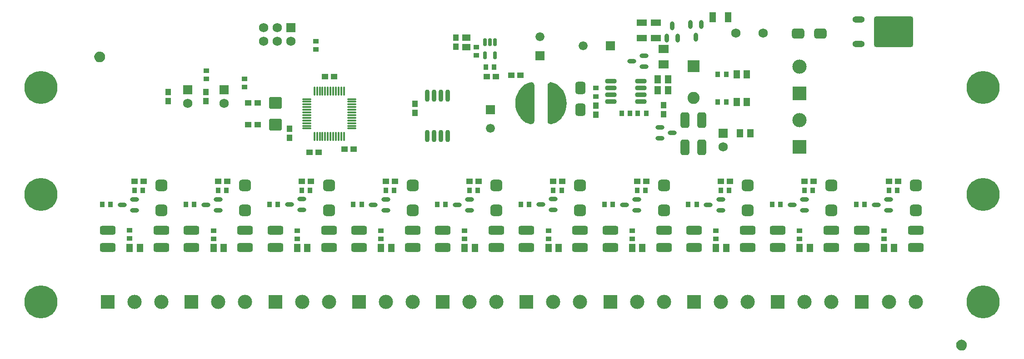
<source format=gts>
G04 Layer_Color=8388736*
%FSLAX24Y24*%
%MOIN*%
G70*
G01*
G75*
%ADD74O,0.0296X0.0591*%
%ADD75R,0.0473X0.0611*%
G04:AMPARAMS|DCode=76|XSize=285.5mil|YSize=224.5mil|CornerRadius=13.9mil|HoleSize=0mil|Usage=FLASHONLY|Rotation=0.000|XOffset=0mil|YOffset=0mil|HoleType=Round|Shape=RoundedRectangle|*
%AMROUNDEDRECTD76*
21,1,0.2855,0.1967,0,0,0.0*
21,1,0.2577,0.2245,0,0,0.0*
1,1,0.0278,0.1288,-0.0983*
1,1,0.0278,-0.1288,-0.0983*
1,1,0.0278,-0.1288,0.0983*
1,1,0.0278,0.1288,0.0983*
%
%ADD76ROUNDEDRECTD76*%
%ADD77O,0.0906X0.0454*%
G04:AMPARAMS|DCode=78|XSize=88.7mil|YSize=84.7mil|CornerRadius=22.7mil|HoleSize=0mil|Usage=FLASHONLY|Rotation=0.000|XOffset=0mil|YOffset=0mil|HoleType=Round|Shape=RoundedRectangle|*
%AMROUNDEDRECTD78*
21,1,0.0887,0.0394,0,0,0.0*
21,1,0.0433,0.0847,0,0,0.0*
1,1,0.0454,0.0217,-0.0197*
1,1,0.0454,-0.0217,-0.0197*
1,1,0.0454,-0.0217,0.0197*
1,1,0.0454,0.0217,0.0197*
%
%ADD78ROUNDEDRECTD78*%
%ADD79O,0.0355X0.0910*%
%ADD80R,0.0414X0.0454*%
%ADD81R,0.0414X0.0335*%
%ADD82R,0.0454X0.0414*%
G04:AMPARAMS|DCode=83|XSize=96.5mil|YSize=88.7mil|CornerRadius=15.4mil|HoleSize=0mil|Usage=FLASHONLY|Rotation=0.000|XOffset=0mil|YOffset=0mil|HoleType=Round|Shape=RoundedRectangle|*
%AMROUNDEDRECTD83*
21,1,0.0965,0.0579,0,0,0.0*
21,1,0.0657,0.0887,0,0,0.0*
1,1,0.0308,0.0329,-0.0289*
1,1,0.0308,-0.0329,-0.0289*
1,1,0.0308,-0.0329,0.0289*
1,1,0.0308,0.0329,0.0289*
%
%ADD83ROUNDEDRECTD83*%
%ADD84O,0.0669X0.0157*%
%ADD85O,0.0157X0.0669*%
%ADD86R,0.0335X0.0414*%
%ADD87R,0.0631X0.0513*%
G04:AMPARAMS|DCode=88|XSize=92.6mil|YSize=74.9mil|CornerRadius=20.2mil|HoleSize=0mil|Usage=FLASHONLY|Rotation=90.000|XOffset=0mil|YOffset=0mil|HoleType=Round|Shape=RoundedRectangle|*
%AMROUNDEDRECTD88*
21,1,0.0926,0.0344,0,0,90.0*
21,1,0.0522,0.0749,0,0,90.0*
1,1,0.0404,0.0172,0.0261*
1,1,0.0404,0.0172,-0.0261*
1,1,0.0404,-0.0172,-0.0261*
1,1,0.0404,-0.0172,0.0261*
%
%ADD88ROUNDEDRECTD88*%
%ADD89O,0.0650X0.0341*%
%ADD90O,0.0860X0.0355*%
G04:AMPARAMS|DCode=91|XSize=92.6mil|YSize=74.9mil|CornerRadius=20.2mil|HoleSize=0mil|Usage=FLASHONLY|Rotation=180.000|XOffset=0mil|YOffset=0mil|HoleType=Round|Shape=RoundedRectangle|*
%AMROUNDEDRECTD91*
21,1,0.0926,0.0344,0,0,180.0*
21,1,0.0522,0.0749,0,0,180.0*
1,1,0.0404,-0.0261,0.0172*
1,1,0.0404,0.0261,0.0172*
1,1,0.0404,0.0261,-0.0172*
1,1,0.0404,-0.0261,-0.0172*
%
%ADD91ROUNDEDRECTD91*%
G04:AMPARAMS|DCode=92|XSize=116.2mil|YSize=65mil|CornerRadius=17.8mil|HoleSize=0mil|Usage=FLASHONLY|Rotation=90.000|XOffset=0mil|YOffset=0mil|HoleType=Round|Shape=RoundedRectangle|*
%AMROUNDEDRECTD92*
21,1,0.1162,0.0295,0,0,90.0*
21,1,0.0807,0.0650,0,0,90.0*
1,1,0.0355,0.0148,0.0404*
1,1,0.0355,0.0148,-0.0404*
1,1,0.0355,-0.0148,-0.0404*
1,1,0.0355,-0.0148,0.0404*
%
%ADD92ROUNDEDRECTD92*%
G04:AMPARAMS|DCode=93|XSize=116.2mil|YSize=65mil|CornerRadius=17.8mil|HoleSize=0mil|Usage=FLASHONLY|Rotation=180.000|XOffset=0mil|YOffset=0mil|HoleType=Round|Shape=RoundedRectangle|*
%AMROUNDEDRECTD93*
21,1,0.1162,0.0295,0,0,180.0*
21,1,0.0807,0.0650,0,0,180.0*
1,1,0.0355,-0.0404,0.0148*
1,1,0.0355,0.0404,0.0148*
1,1,0.0355,0.0404,-0.0148*
1,1,0.0355,-0.0404,-0.0148*
%
%ADD93ROUNDEDRECTD93*%
%ADD94R,0.0768X0.0611*%
%ADD95R,0.0749X0.0473*%
%ADD96O,0.0341X0.0650*%
%ADD97R,0.0473X0.0749*%
%ADD98C,0.0887*%
%ADD99R,0.0887X0.0887*%
%ADD100C,0.0690*%
%ADD101R,0.0690X0.0690*%
%ADD102C,0.0660*%
%ADD103R,0.0660X0.0660*%
%ADD104R,0.0660X0.0660*%
%ADD105R,0.1044X0.1044*%
%ADD106C,0.1044*%
%ADD107R,0.0690X0.0690*%
%ADD108R,0.1044X0.1044*%
%ADD109C,0.2422*%
G36*
X17307Y42598D02*
X17403Y42558D01*
X17486Y42495D01*
X17549Y42413D01*
X17588Y42317D01*
X17602Y42215D01*
X17588Y42112D01*
X17549Y42016D01*
X17486Y41934D01*
X17403Y41871D01*
X17307Y41831D01*
X17205Y41817D01*
X17102Y41831D01*
X17006Y41871D01*
X16924Y41934D01*
X16861Y42016D01*
X16821Y42112D01*
X16808Y42215D01*
X16821Y42317D01*
X16861Y42413D01*
X16924Y42495D01*
X17006Y42558D01*
X17102Y42598D01*
X17205Y42612D01*
X17307Y42598D01*
D02*
G37*
G36*
X50358Y40345D02*
X50362Y40342D01*
X50366Y40343D01*
X50495Y40302D01*
X50497Y40301D01*
X50499Y40301D01*
X50649Y40241D01*
X50652Y40238D01*
X50655Y40238D01*
X50795Y40154D01*
X50797Y40152D01*
X50801Y40151D01*
X50926Y40047D01*
X50926Y40045D01*
X50928Y40044D01*
X50933Y40040D01*
X50933Y40038D01*
X50935Y40038D01*
X51084Y39872D01*
X51085Y39869D01*
X51087Y39868D01*
X51213Y39684D01*
X51214Y39681D01*
X51216Y39679D01*
X51316Y39480D01*
X51316Y39477D01*
X51318Y39474D01*
X51391Y39264D01*
X51391Y39261D01*
X51393Y39258D01*
X51437Y39040D01*
X51436Y39037D01*
X51438Y39034D01*
X51453Y38812D01*
X51452Y38809D01*
X51453Y38806D01*
X51438Y38584D01*
X51436Y38581D01*
X51437Y38578D01*
X51393Y38360D01*
X51391Y38357D01*
X51391Y38354D01*
X51318Y38144D01*
X51316Y38141D01*
X51316Y38138D01*
X51216Y37939D01*
X51214Y37937D01*
X51213Y37934D01*
X51087Y37750D01*
X51085Y37749D01*
X51084Y37746D01*
X50935Y37580D01*
X50933Y37580D01*
X50933Y37578D01*
X50930Y37576D01*
X50929Y37575D01*
X50928Y37574D01*
X50801Y37468D01*
X50798Y37467D01*
X50796Y37465D01*
X50654Y37380D01*
X50651Y37380D01*
X50648Y37377D01*
X50496Y37316D01*
X50494Y37316D01*
X50492Y37315D01*
X50358Y37273D01*
X50354Y37273D01*
X50350Y37271D01*
X50277Y37263D01*
X50269Y37265D01*
X50261Y37264D01*
X50190Y37283D01*
X50184Y37288D01*
X50176Y37290D01*
X50117Y37333D01*
X50112Y37340D01*
X50106Y37345D01*
X50066Y37407D01*
X50065Y37415D01*
X50061Y37422D01*
X50047Y37494D01*
X50048Y37498D01*
X50046Y37502D01*
Y40108D01*
X50048Y40112D01*
X50047Y40116D01*
X50061Y40190D01*
X50065Y40197D01*
X50067Y40205D01*
X50107Y40269D01*
X50114Y40274D01*
X50118Y40281D01*
X50179Y40326D01*
X50187Y40328D01*
X50194Y40333D01*
X50267Y40352D01*
X50275Y40351D01*
X50283Y40353D01*
X50358Y40345D01*
D02*
G37*
G36*
X48864Y40353D02*
X48873Y40354D01*
X48944Y40335D01*
X48950Y40330D01*
X48958Y40329D01*
X49017Y40285D01*
X49022Y40278D01*
X49028Y40273D01*
X49067Y40211D01*
X49069Y40203D01*
X49073Y40196D01*
X49087Y40124D01*
X49086Y40120D01*
X49088Y40116D01*
Y37510D01*
X49086Y37506D01*
X49087Y37502D01*
X49073Y37428D01*
X49068Y37421D01*
X49067Y37413D01*
X49027Y37349D01*
X49020Y37344D01*
X49016Y37337D01*
X48955Y37292D01*
X48947Y37290D01*
X48940Y37285D01*
X48867Y37266D01*
X48859Y37267D01*
X48851Y37265D01*
X48776Y37274D01*
X48772Y37276D01*
X48768Y37275D01*
X48639Y37316D01*
X48637Y37317D01*
X48635Y37317D01*
X48484Y37377D01*
X48482Y37380D01*
X48478Y37380D01*
X48339Y37464D01*
X48337Y37467D01*
X48333Y37468D01*
X48208Y37571D01*
X48207Y37573D01*
X48206Y37574D01*
X48201Y37578D01*
X48201Y37580D01*
X48199Y37580D01*
X48050Y37746D01*
X48049Y37749D01*
X48047Y37750D01*
X47921Y37934D01*
X47920Y37937D01*
X47918Y37939D01*
X47818Y38138D01*
X47818Y38141D01*
X47815Y38144D01*
X47743Y38354D01*
X47743Y38357D01*
X47741Y38360D01*
X47697Y38578D01*
X47697Y38581D01*
X47696Y38584D01*
X47681Y38806D01*
X47682Y38809D01*
X47681Y38812D01*
X47696Y39034D01*
X47697Y39037D01*
X47697Y39040D01*
X47741Y39258D01*
X47743Y39261D01*
X47743Y39264D01*
X47815Y39474D01*
X47818Y39477D01*
X47818Y39480D01*
X47918Y39679D01*
X47920Y39681D01*
X47921Y39684D01*
X48047Y39868D01*
X48049Y39869D01*
X48050Y39872D01*
X48199Y40038D01*
X48201Y40038D01*
X48201Y40040D01*
X48203Y40042D01*
X48205Y40043D01*
X48206Y40044D01*
X48333Y40150D01*
X48336Y40151D01*
X48338Y40154D01*
X48479Y40238D01*
X48483Y40238D01*
X48486Y40241D01*
X48638Y40302D01*
X48640Y40302D01*
X48642Y40303D01*
X48776Y40345D01*
X48780Y40345D01*
X48784Y40347D01*
X48856Y40355D01*
X48864Y40353D01*
D02*
G37*
G36*
X80516Y21407D02*
X80612Y21368D01*
X80694Y21304D01*
X80757Y21222D01*
X80797Y21126D01*
X80810Y21024D01*
X80797Y20921D01*
X80757Y20825D01*
X80694Y20743D01*
X80612Y20680D01*
X80516Y20640D01*
X80413Y20627D01*
X80311Y20640D01*
X80215Y20680D01*
X80133Y20743D01*
X80069Y20825D01*
X80030Y20921D01*
X80016Y21024D01*
X80030Y21126D01*
X80069Y21222D01*
X80133Y21304D01*
X80215Y21368D01*
X80311Y21407D01*
X80413Y21421D01*
X80516Y21407D01*
D02*
G37*
D74*
X45463Y43307D02*
D03*
Y42323D02*
D03*
X46211Y43307D02*
D03*
Y42323D02*
D03*
X45837Y43307D02*
D03*
D75*
X44724Y28150D02*
D03*
X43976D02*
D03*
X64173Y36585D02*
D03*
X64921D02*
D03*
X64665Y40935D02*
D03*
X63917D02*
D03*
X64665Y38907D02*
D03*
X63917D02*
D03*
X58140Y40551D02*
D03*
X58888D02*
D03*
X58140Y39774D02*
D03*
X58888D02*
D03*
X75472Y28150D02*
D03*
X74724D02*
D03*
X69291D02*
D03*
X68543D02*
D03*
X63150D02*
D03*
X62402D02*
D03*
X57008D02*
D03*
X56260D02*
D03*
X50866D02*
D03*
X50118D02*
D03*
X38583D02*
D03*
X37835D02*
D03*
X32441D02*
D03*
X31693D02*
D03*
X26299D02*
D03*
X25551D02*
D03*
X20157D02*
D03*
X19409D02*
D03*
D76*
X75423Y44055D02*
D03*
D77*
X72864Y44953D02*
D03*
Y43157D02*
D03*
D78*
X64724Y30945D02*
D03*
Y32756D02*
D03*
X34016Y30945D02*
D03*
Y32756D02*
D03*
X27874Y30945D02*
D03*
Y32756D02*
D03*
X21732Y30945D02*
D03*
Y32756D02*
D03*
X40157Y30945D02*
D03*
Y32756D02*
D03*
X46299Y30945D02*
D03*
Y32756D02*
D03*
X52441Y30945D02*
D03*
Y32756D02*
D03*
X58583Y30945D02*
D03*
Y32756D02*
D03*
X70866Y30945D02*
D03*
Y32756D02*
D03*
X77047Y30945D02*
D03*
Y32756D02*
D03*
D79*
X42240Y39348D02*
D03*
Y36398D02*
D03*
X41240Y39348D02*
D03*
X41740D02*
D03*
X42740D02*
D03*
X41240Y36398D02*
D03*
X41740D02*
D03*
X42740D02*
D03*
D80*
X40315Y38100D02*
D03*
Y38770D02*
D03*
X24990Y38957D02*
D03*
Y39626D02*
D03*
X22244Y39626D02*
D03*
Y38957D02*
D03*
X31122Y36270D02*
D03*
Y36939D02*
D03*
X58563Y38681D02*
D03*
Y38012D02*
D03*
X43317Y42972D02*
D03*
Y43642D02*
D03*
X53592Y38642D02*
D03*
Y37972D02*
D03*
D81*
X27815Y40610D02*
D03*
Y40000D02*
D03*
X25020Y41211D02*
D03*
Y40601D02*
D03*
X33051Y42766D02*
D03*
Y43376D02*
D03*
X44843Y42933D02*
D03*
Y42323D02*
D03*
X53602Y39921D02*
D03*
Y39311D02*
D03*
X74724Y28829D02*
D03*
Y29439D02*
D03*
X68543Y28829D02*
D03*
Y29439D02*
D03*
X62402Y28829D02*
D03*
Y29439D02*
D03*
X56260Y28829D02*
D03*
Y29439D02*
D03*
X50118Y28829D02*
D03*
Y29439D02*
D03*
X43976Y28829D02*
D03*
Y29439D02*
D03*
X37835Y28829D02*
D03*
Y29439D02*
D03*
X31693Y28829D02*
D03*
Y29439D02*
D03*
X19409Y28868D02*
D03*
Y29478D02*
D03*
X25551Y28829D02*
D03*
Y29439D02*
D03*
D82*
X28780Y37244D02*
D03*
X28110D02*
D03*
X28780Y38819D02*
D03*
X28110D02*
D03*
X35167Y35423D02*
D03*
X35837D02*
D03*
X33278Y35187D02*
D03*
X32608D02*
D03*
X33740Y40768D02*
D03*
X34409D02*
D03*
X45591Y40768D02*
D03*
X46260D02*
D03*
X48051Y40876D02*
D03*
X47382D02*
D03*
X75079Y33061D02*
D03*
X75748D02*
D03*
X68888D02*
D03*
X69557D02*
D03*
X62746D02*
D03*
X63415D02*
D03*
X56614D02*
D03*
X57283D02*
D03*
X50472D02*
D03*
X51142D02*
D03*
X44321D02*
D03*
X44990D02*
D03*
X38179D02*
D03*
X38848D02*
D03*
X32028D02*
D03*
X32697D02*
D03*
X25886D02*
D03*
X26555D02*
D03*
X19764D02*
D03*
X20433D02*
D03*
D83*
X30098Y38819D02*
D03*
Y37244D02*
D03*
D84*
X32382Y37933D02*
D03*
Y38130D02*
D03*
Y38327D02*
D03*
Y38524D02*
D03*
Y38720D02*
D03*
Y38917D02*
D03*
Y39114D02*
D03*
Y36949D02*
D03*
Y37146D02*
D03*
Y37343D02*
D03*
Y37539D02*
D03*
Y37736D02*
D03*
X35689Y38130D02*
D03*
Y37933D02*
D03*
Y39114D02*
D03*
Y38917D02*
D03*
Y38720D02*
D03*
Y38524D02*
D03*
Y38327D02*
D03*
Y37736D02*
D03*
Y37539D02*
D03*
Y37343D02*
D03*
Y37146D02*
D03*
Y36949D02*
D03*
D85*
X34921Y39685D02*
D03*
X35118D02*
D03*
Y36378D02*
D03*
X34921D02*
D03*
X32953Y39685D02*
D03*
X33150D02*
D03*
X33346D02*
D03*
X33543D02*
D03*
X33740D02*
D03*
X33937D02*
D03*
X34134D02*
D03*
X34331D02*
D03*
X34528D02*
D03*
X34724D02*
D03*
Y36378D02*
D03*
X34528D02*
D03*
X34331D02*
D03*
X34134D02*
D03*
X33937D02*
D03*
X33740D02*
D03*
X33543D02*
D03*
X33346D02*
D03*
X33150D02*
D03*
X32953D02*
D03*
D86*
X62539Y40935D02*
D03*
X63149D02*
D03*
X62539Y38907D02*
D03*
X63149D02*
D03*
X45532Y41476D02*
D03*
X46142D02*
D03*
X57283Y38061D02*
D03*
X56673D02*
D03*
X56102D02*
D03*
X55492D02*
D03*
X75689Y32392D02*
D03*
X75079D02*
D03*
X69498D02*
D03*
X68888D02*
D03*
X63356D02*
D03*
X62746D02*
D03*
X57224D02*
D03*
X56614D02*
D03*
X51083D02*
D03*
X50473D02*
D03*
X44931D02*
D03*
X44321D02*
D03*
X38789D02*
D03*
X38179D02*
D03*
X32638D02*
D03*
X32028D02*
D03*
X26496D02*
D03*
X25886D02*
D03*
X73307Y31348D02*
D03*
X72697D02*
D03*
X67126D02*
D03*
X66516D02*
D03*
X60984D02*
D03*
X60374D02*
D03*
X54843D02*
D03*
X54233D02*
D03*
X48701D02*
D03*
X48091D02*
D03*
X42559D02*
D03*
X41949D02*
D03*
X36417D02*
D03*
X35807D02*
D03*
X30266D02*
D03*
X29656D02*
D03*
X24124D02*
D03*
X23514D02*
D03*
X17992D02*
D03*
X17382D02*
D03*
X20374Y32392D02*
D03*
X19764D02*
D03*
D87*
X44094Y42933D02*
D03*
Y43642D02*
D03*
D88*
X52470Y39931D02*
D03*
Y38317D02*
D03*
D89*
X58292Y37028D02*
D03*
Y36228D02*
D03*
X59202Y36628D02*
D03*
X38184Y30945D02*
D03*
Y31745D02*
D03*
X37274Y31345D02*
D03*
X32032Y30955D02*
D03*
Y31755D02*
D03*
X31122Y31355D02*
D03*
X25891Y30945D02*
D03*
Y31745D02*
D03*
X24981Y31345D02*
D03*
X75074Y30945D02*
D03*
Y31745D02*
D03*
X74164Y31345D02*
D03*
X68893Y30945D02*
D03*
Y31745D02*
D03*
X67983Y31345D02*
D03*
X62751Y30945D02*
D03*
Y31745D02*
D03*
X61841Y31345D02*
D03*
X56609Y30945D02*
D03*
Y31745D02*
D03*
X55699Y31345D02*
D03*
X50467Y30955D02*
D03*
Y31755D02*
D03*
X49557Y31355D02*
D03*
X44326Y30945D02*
D03*
Y31745D02*
D03*
X43416Y31345D02*
D03*
X19759Y30945D02*
D03*
Y31745D02*
D03*
X18849Y31345D02*
D03*
X57141Y41486D02*
D03*
Y42286D02*
D03*
X56231Y41886D02*
D03*
D90*
X56885Y39423D02*
D03*
X54685D02*
D03*
X56885Y38923D02*
D03*
X54685D02*
D03*
X56885Y40423D02*
D03*
Y39923D02*
D03*
X54685D02*
D03*
Y40423D02*
D03*
D91*
X68435Y43947D02*
D03*
X70049D02*
D03*
D92*
X60118Y37559D02*
D03*
X61378D02*
D03*
X60118Y35581D02*
D03*
X61378D02*
D03*
D93*
X77047Y28189D02*
D03*
Y29449D02*
D03*
X17795D02*
D03*
Y28189D02*
D03*
X48504Y29449D02*
D03*
Y28189D02*
D03*
X23937Y29449D02*
D03*
Y28189D02*
D03*
X54646Y29449D02*
D03*
Y28189D02*
D03*
X30079Y29449D02*
D03*
Y28189D02*
D03*
X60787Y29449D02*
D03*
Y28189D02*
D03*
X36220Y29449D02*
D03*
Y28189D02*
D03*
X66929Y29449D02*
D03*
Y28189D02*
D03*
X42362Y29449D02*
D03*
Y28189D02*
D03*
X73110Y29449D02*
D03*
Y28189D02*
D03*
X21732D02*
D03*
Y29449D02*
D03*
X27874Y28189D02*
D03*
Y29449D02*
D03*
X34016Y28189D02*
D03*
Y29449D02*
D03*
X40157Y28189D02*
D03*
Y29449D02*
D03*
X46299Y28189D02*
D03*
Y29449D02*
D03*
X52441Y28189D02*
D03*
Y29449D02*
D03*
X58583Y28189D02*
D03*
Y29449D02*
D03*
X64724Y28189D02*
D03*
Y29449D02*
D03*
X70866Y28189D02*
D03*
Y29449D02*
D03*
D94*
X58553Y42805D02*
D03*
Y41663D02*
D03*
D95*
X56978Y43583D02*
D03*
Y44724D02*
D03*
X58002D02*
D03*
Y43583D02*
D03*
D96*
X58809Y43588D02*
D03*
X59609D02*
D03*
X59209Y44498D02*
D03*
X61329Y44582D02*
D03*
X60529D02*
D03*
X60929Y43672D02*
D03*
D97*
X62146Y45118D02*
D03*
X63287D02*
D03*
D98*
X60768Y39183D02*
D03*
D99*
Y41545D02*
D03*
D100*
X65876Y43957D02*
D03*
X63876D02*
D03*
X23652Y38793D02*
D03*
X26339Y38803D02*
D03*
X30240Y44370D02*
D03*
X31240Y43370D02*
D03*
X30240D02*
D03*
X29240Y44370D02*
D03*
Y43370D02*
D03*
X62943Y35585D02*
D03*
D101*
X23652Y39793D02*
D03*
X26339Y39803D02*
D03*
X62943Y36585D02*
D03*
D102*
X49498Y43691D02*
D03*
X52675Y43041D02*
D03*
X45856Y36949D02*
D03*
D103*
X49498Y42313D02*
D03*
X45856Y38327D02*
D03*
D104*
X54675Y43041D02*
D03*
D105*
X68543Y39528D02*
D03*
Y35591D02*
D03*
D106*
Y41496D02*
D03*
Y37559D02*
D03*
X19764Y24213D02*
D03*
X21732D02*
D03*
X50472D02*
D03*
X52441D02*
D03*
X25906D02*
D03*
X27874D02*
D03*
X56614D02*
D03*
X58583D02*
D03*
X32047D02*
D03*
X34016D02*
D03*
X62756D02*
D03*
X64724D02*
D03*
X38189D02*
D03*
X40157D02*
D03*
X68898Y24213D02*
D03*
X70866D02*
D03*
X44331Y24213D02*
D03*
X46299D02*
D03*
X75079Y24213D02*
D03*
X77047D02*
D03*
D107*
X31240Y44370D02*
D03*
D108*
X17795Y24213D02*
D03*
X48504D02*
D03*
X23937D02*
D03*
X54646D02*
D03*
X30079D02*
D03*
X60787D02*
D03*
X36220D02*
D03*
X66929Y24213D02*
D03*
X42362Y24213D02*
D03*
X73110Y24213D02*
D03*
D109*
X12894D02*
D03*
X81988D02*
D03*
X12894Y39961D02*
D03*
X81988D02*
D03*
X81988Y32087D02*
D03*
X12894D02*
D03*
M02*

</source>
